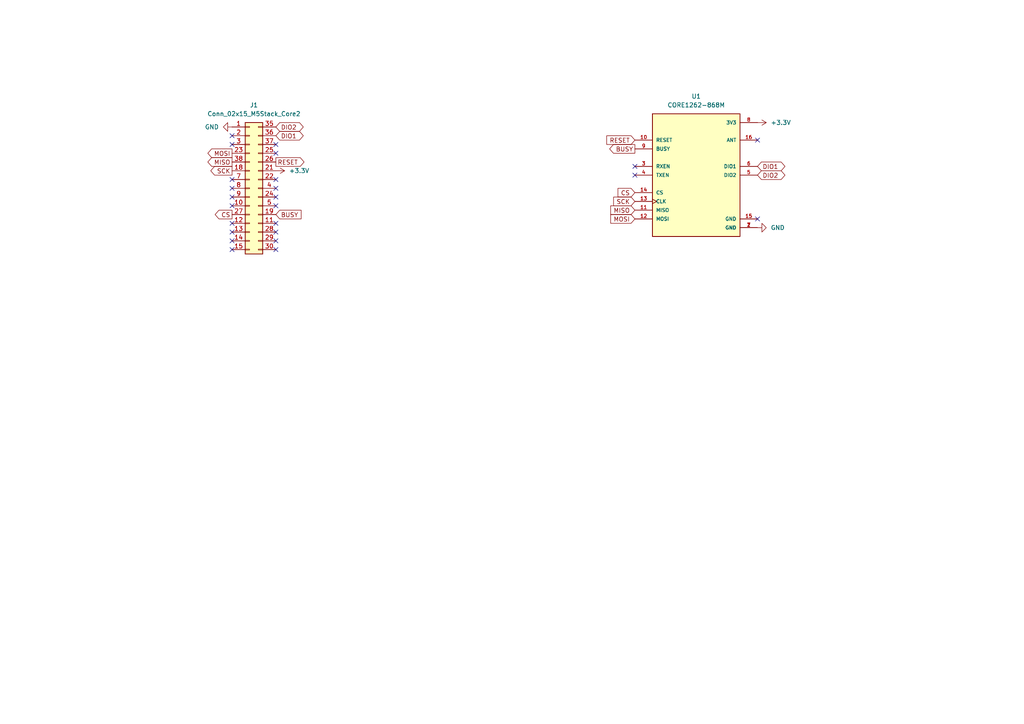
<source format=kicad_sch>
(kicad_sch (version 20211123) (generator eeschema)

  (uuid a77f5797-5c60-46e1-8849-ec67e95b250a)

  (paper "A4")

  (lib_symbols
    (symbol "CORE1262-868M:CORE1262-868M" (pin_names (offset 1.016)) (in_bom yes) (on_board yes)
      (property "Reference" "U1" (id 0) (at 0 22.86 0)
        (effects (font (size 1.27 1.27)))
      )
      (property "Value" "CORE1262-868M" (id 1) (at 0 20.32 0)
        (effects (font (size 1.27 1.27)))
      )
      (property "Footprint" "LoRa_interface:XCVR_CORE1262-868M" (id 2) (at 0 0 0)
        (effects (font (size 1.27 1.27)) (justify bottom) hide)
      )
      (property "Datasheet" "" (id 3) (at 0 0 0)
        (effects (font (size 1.27 1.27)) hide)
      )
      (property "PARTREV" "N/A" (id 4) (at 0 0 0)
        (effects (font (size 1.27 1.27)) (justify bottom) hide)
      )
      (property "STANDARD" "IPC 7351B" (id 5) (at 0 0 0)
        (effects (font (size 1.27 1.27)) (justify bottom) hide)
      )
      (property "SNAPEDA_PN" "Core1262-868M" (id 6) (at 0 0 0)
        (effects (font (size 1.27 1.27)) (justify bottom) hide)
      )
      (property "MAXIMUM_PACKAGE_HEIGHT" "3.27mm" (id 7) (at 0 0 0)
        (effects (font (size 1.27 1.27)) (justify bottom) hide)
      )
      (property "MANUFACTURER" "Waveshare Electronics" (id 8) (at 0 0 0)
        (effects (font (size 1.27 1.27)) (justify bottom) hide)
      )
      (symbol "CORE1262-868M_0_0"
        (rectangle (start -12.7 -17.78) (end 12.7 17.78)
          (stroke (width 0.254) (type default) (color 0 0 0 0))
          (fill (type background))
        )
        (pin power_in line (at 17.78 -15.24 180) (length 5.08)
          (name "GND" (effects (font (size 1.016 1.016))))
          (number "1" (effects (font (size 1.016 1.016))))
        )
        (pin input line (at -17.78 10.16 0) (length 5.08)
          (name "RESET" (effects (font (size 1.016 1.016))))
          (number "10" (effects (font (size 1.016 1.016))))
        )
        (pin input line (at -17.78 -10.16 0) (length 5.08)
          (name "MISO" (effects (font (size 1.016 1.016))))
          (number "11" (effects (font (size 1.016 1.016))))
        )
        (pin output line (at -17.78 -12.7 0) (length 5.08)
          (name "MOSI" (effects (font (size 1.016 1.016))))
          (number "12" (effects (font (size 1.016 1.016))))
        )
        (pin input clock (at -17.78 -7.62 0) (length 5.08)
          (name "CLK" (effects (font (size 1.016 1.016))))
          (number "13" (effects (font (size 1.016 1.016))))
        )
        (pin input line (at -17.78 -5.08 0) (length 5.08)
          (name "CS" (effects (font (size 1.016 1.016))))
          (number "14" (effects (font (size 1.016 1.016))))
        )
        (pin power_in line (at 17.78 -12.7 180) (length 5.08)
          (name "GND" (effects (font (size 1.016 1.016))))
          (number "15" (effects (font (size 1.016 1.016))))
        )
        (pin bidirectional line (at 17.78 10.16 180) (length 5.08)
          (name "ANT" (effects (font (size 1.016 1.016))))
          (number "16" (effects (font (size 1.016 1.016))))
        )
        (pin power_in line (at 17.78 -15.24 180) (length 5.08)
          (name "GND" (effects (font (size 1.016 1.016))))
          (number "2" (effects (font (size 1.016 1.016))))
        )
        (pin input line (at -17.78 2.54 0) (length 5.08)
          (name "RXEN" (effects (font (size 1.016 1.016))))
          (number "3" (effects (font (size 1.016 1.016))))
        )
        (pin input line (at -17.78 0 0) (length 5.08)
          (name "TXEN" (effects (font (size 1.016 1.016))))
          (number "4" (effects (font (size 1.016 1.016))))
        )
        (pin bidirectional line (at 17.78 0 180) (length 5.08)
          (name "DIO2" (effects (font (size 1.016 1.016))))
          (number "5" (effects (font (size 1.016 1.016))))
        )
        (pin bidirectional line (at 17.78 2.54 180) (length 5.08)
          (name "DIO1" (effects (font (size 1.016 1.016))))
          (number "6" (effects (font (size 1.016 1.016))))
        )
        (pin power_in line (at 17.78 -15.24 180) (length 5.08)
          (name "GND" (effects (font (size 1.016 1.016))))
          (number "7" (effects (font (size 1.016 1.016))))
        )
        (pin power_in line (at 17.78 15.24 180) (length 5.08)
          (name "3V3" (effects (font (size 1.016 1.016))))
          (number "8" (effects (font (size 1.016 1.016))))
        )
        (pin input line (at -17.78 7.62 0) (length 5.08)
          (name "BUSY" (effects (font (size 1.016 1.016))))
          (number "9" (effects (font (size 1.016 1.016))))
        )
      )
    )
    (symbol "Connector_Generic:Conn_02x15_Top_Bottom" (pin_names (offset 1.016) hide) (in_bom yes) (on_board yes)
      (property "Reference" "J1" (id 0) (at 1.27 24.13 0)
        (effects (font (size 1.27 1.27)))
      )
      (property "Value" "Conn_02x15_M5Stack_Core2" (id 1) (at 1.27 21.59 0)
        (effects (font (size 1.27 1.27)))
      )
      (property "Footprint" "LoRa_interface:PinHeaderM5Stack_2x15_P2.54mm_Vertical" (id 2) (at 0 -6.35 0)
        (effects (font (size 1.27 1.27)) hide)
      )
      (property "Datasheet" "~" (id 3) (at 0 0 0)
        (effects (font (size 1.27 1.27)) hide)
      )
      (property "ki_keywords" "connector" (id 4) (at 0 0 0)
        (effects (font (size 1.27 1.27)) hide)
      )
      (property "ki_description" "Generic connector, double row, 02x15, top/bottom pin numbering scheme (row 1: 1...pins_per_row, row2: pins_per_row+1 ... num_pins), script generated (kicad-library-utils/schlib/autogen/connector/)" (id 5) (at 0 0 0)
        (effects (font (size 1.27 1.27)) hide)
      )
      (property "ki_fp_filters" "Connector*:*_2x??_*" (id 6) (at 0 0 0)
        (effects (font (size 1.27 1.27)) hide)
      )
      (symbol "Conn_02x15_Top_Bottom_1_1"
        (rectangle (start -1.27 -17.653) (end 0 -17.907)
          (stroke (width 0.1524) (type default) (color 0 0 0 0))
          (fill (type none))
        )
        (rectangle (start -1.27 -15.113) (end 0 -15.367)
          (stroke (width 0.1524) (type default) (color 0 0 0 0))
          (fill (type none))
        )
        (rectangle (start -1.27 -12.573) (end 0 -12.827)
          (stroke (width 0.1524) (type default) (color 0 0 0 0))
          (fill (type none))
        )
        (rectangle (start -1.27 -10.033) (end 0 -10.287)
          (stroke (width 0.1524) (type default) (color 0 0 0 0))
          (fill (type none))
        )
        (rectangle (start -1.27 -7.493) (end 0 -7.747)
          (stroke (width 0.1524) (type default) (color 0 0 0 0))
          (fill (type none))
        )
        (rectangle (start -1.27 -4.953) (end 0 -5.207)
          (stroke (width 0.1524) (type default) (color 0 0 0 0))
          (fill (type none))
        )
        (rectangle (start -1.27 -2.413) (end 0 -2.667)
          (stroke (width 0.1524) (type default) (color 0 0 0 0))
          (fill (type none))
        )
        (rectangle (start -1.27 0.127) (end 0 -0.127)
          (stroke (width 0.1524) (type default) (color 0 0 0 0))
          (fill (type none))
        )
        (rectangle (start -1.27 2.667) (end 0 2.413)
          (stroke (width 0.1524) (type default) (color 0 0 0 0))
          (fill (type none))
        )
        (rectangle (start -1.27 5.207) (end 0 4.953)
          (stroke (width 0.1524) (type default) (color 0 0 0 0))
          (fill (type none))
        )
        (rectangle (start -1.27 7.747) (end 0 7.493)
          (stroke (width 0.1524) (type default) (color 0 0 0 0))
          (fill (type none))
        )
        (rectangle (start -1.27 10.287) (end 0 10.033)
          (stroke (width 0.1524) (type default) (color 0 0 0 0))
          (fill (type none))
        )
        (rectangle (start -1.27 12.827) (end 0 12.573)
          (stroke (width 0.1524) (type default) (color 0 0 0 0))
          (fill (type none))
        )
        (rectangle (start -1.27 15.367) (end 0 15.113)
          (stroke (width 0.1524) (type default) (color 0 0 0 0))
          (fill (type none))
        )
        (rectangle (start -1.27 17.907) (end 0 17.653)
          (stroke (width 0.1524) (type default) (color 0 0 0 0))
          (fill (type none))
        )
        (rectangle (start -1.27 19.05) (end 3.81 -19.05)
          (stroke (width 0.254) (type default) (color 0 0 0 0))
          (fill (type background))
        )
        (rectangle (start 3.81 -17.653) (end 2.54 -17.907)
          (stroke (width 0.1524) (type default) (color 0 0 0 0))
          (fill (type none))
        )
        (rectangle (start 3.81 -15.113) (end 2.54 -15.367)
          (stroke (width 0.1524) (type default) (color 0 0 0 0))
          (fill (type none))
        )
        (rectangle (start 3.81 -12.573) (end 2.54 -12.827)
          (stroke (width 0.1524) (type default) (color 0 0 0 0))
          (fill (type none))
        )
        (rectangle (start 3.81 -10.033) (end 2.54 -10.287)
          (stroke (width 0.1524) (type default) (color 0 0 0 0))
          (fill (type none))
        )
        (rectangle (start 3.81 -7.493) (end 2.54 -7.747)
          (stroke (width 0.1524) (type default) (color 0 0 0 0))
          (fill (type none))
        )
        (rectangle (start 3.81 -4.953) (end 2.54 -5.207)
          (stroke (width 0.1524) (type default) (color 0 0 0 0))
          (fill (type none))
        )
        (rectangle (start 3.81 -2.413) (end 2.54 -2.667)
          (stroke (width 0.1524) (type default) (color 0 0 0 0))
          (fill (type none))
        )
        (rectangle (start 3.81 0.127) (end 2.54 -0.127)
          (stroke (width 0.1524) (type default) (color 0 0 0 0))
          (fill (type none))
        )
        (rectangle (start 3.81 2.667) (end 2.54 2.413)
          (stroke (width 0.1524) (type default) (color 0 0 0 0))
          (fill (type none))
        )
        (rectangle (start 3.81 5.207) (end 2.54 4.953)
          (stroke (width 0.1524) (type default) (color 0 0 0 0))
          (fill (type none))
        )
        (rectangle (start 3.81 7.747) (end 2.54 7.493)
          (stroke (width 0.1524) (type default) (color 0 0 0 0))
          (fill (type none))
        )
        (rectangle (start 3.81 10.287) (end 2.54 10.033)
          (stroke (width 0.1524) (type default) (color 0 0 0 0))
          (fill (type none))
        )
        (rectangle (start 3.81 12.827) (end 2.54 12.573)
          (stroke (width 0.1524) (type default) (color 0 0 0 0))
          (fill (type none))
        )
        (rectangle (start 3.81 15.367) (end 2.54 15.113)
          (stroke (width 0.1524) (type default) (color 0 0 0 0))
          (fill (type none))
        )
        (rectangle (start 3.81 17.907) (end 2.54 17.653)
          (stroke (width 0.1524) (type default) (color 0 0 0 0))
          (fill (type none))
        )
        (pin passive line (at -5.08 17.78 0) (length 3.81)
          (name "Pin_1" (effects (font (size 1.27 1.27))))
          (number "1" (effects (font (size 1.27 1.27))))
        )
        (pin passive line (at -5.08 -5.08 0) (length 3.81)
          (name "Pin_10" (effects (font (size 1.27 1.27))))
          (number "10" (effects (font (size 1.27 1.27))))
        )
        (pin passive line (at 7.62 -10.16 180) (length 3.81)
          (name "Pin_11" (effects (font (size 1.27 1.27))))
          (number "11" (effects (font (size 1.27 1.27))))
        )
        (pin passive line (at -5.08 -10.16 0) (length 3.81)
          (name "Pin_12" (effects (font (size 1.27 1.27))))
          (number "12" (effects (font (size 1.27 1.27))))
        )
        (pin passive line (at -5.08 -12.7 0) (length 3.81)
          (name "Pin_13" (effects (font (size 1.27 1.27))))
          (number "13" (effects (font (size 1.27 1.27))))
        )
        (pin passive line (at -5.08 -15.24 0) (length 3.81)
          (name "Pin_14" (effects (font (size 1.27 1.27))))
          (number "14" (effects (font (size 1.27 1.27))))
        )
        (pin passive line (at -5.08 -17.78 0) (length 3.81)
          (name "Pin_15" (effects (font (size 1.27 1.27))))
          (number "15" (effects (font (size 1.27 1.27))))
        )
        (pin passive line (at -5.08 5.08 0) (length 3.81)
          (name "Pin_18" (effects (font (size 1.27 1.27))))
          (number "18" (effects (font (size 1.27 1.27))))
        )
        (pin passive line (at 7.62 -7.62 180) (length 3.81)
          (name "Pin_19" (effects (font (size 1.27 1.27))))
          (number "19" (effects (font (size 1.27 1.27))))
        )
        (pin passive line (at -5.08 15.24 0) (length 3.81)
          (name "Pin_2" (effects (font (size 1.27 1.27))))
          (number "2" (effects (font (size 1.27 1.27))))
        )
        (pin passive line (at 7.62 5.08 180) (length 3.81)
          (name "3.3V" (effects (font (size 1.27 1.27))))
          (number "21" (effects (font (size 1.27 1.27))))
        )
        (pin passive line (at 7.62 2.54 180) (length 3.81)
          (name "Pin_22" (effects (font (size 1.27 1.27))))
          (number "22" (effects (font (size 1.27 1.27))))
        )
        (pin passive line (at -5.08 10.16 0) (length 3.81)
          (name "Pin_23" (effects (font (size 1.27 1.27))))
          (number "23" (effects (font (size 1.27 1.27))))
        )
        (pin passive line (at 7.62 -2.54 180) (length 3.81)
          (name "Pin_24" (effects (font (size 1.27 1.27))))
          (number "24" (effects (font (size 1.27 1.27))))
        )
        (pin passive line (at 7.62 10.16 180) (length 3.81)
          (name "Pin_25" (effects (font (size 1.27 1.27))))
          (number "25" (effects (font (size 1.27 1.27))))
        )
        (pin passive line (at 7.62 7.62 180) (length 3.81)
          (name "Pin_26" (effects (font (size 1.27 1.27))))
          (number "26" (effects (font (size 1.27 1.27))))
        )
        (pin passive line (at -5.08 -7.62 0) (length 3.81)
          (name "Pin_27" (effects (font (size 1.27 1.27))))
          (number "27" (effects (font (size 1.27 1.27))))
        )
        (pin passive line (at 7.62 -12.7 180) (length 3.81)
          (name "Pin_28" (effects (font (size 1.27 1.27))))
          (number "28" (effects (font (size 1.27 1.27))))
        )
        (pin passive line (at 7.62 -15.24 180) (length 3.81)
          (name "Pin_29" (effects (font (size 1.27 1.27))))
          (number "29" (effects (font (size 1.27 1.27))))
        )
        (pin passive line (at -5.08 12.7 0) (length 3.81)
          (name "Pin_3" (effects (font (size 1.27 1.27))))
          (number "3" (effects (font (size 1.27 1.27))))
        )
        (pin passive line (at 7.62 -17.78 180) (length 3.81)
          (name "Pin_30" (effects (font (size 1.27 1.27))))
          (number "30" (effects (font (size 1.27 1.27))))
        )
        (pin passive line (at 7.62 17.78 180) (length 3.81)
          (name "Pin_35" (effects (font (size 1.27 1.27))))
          (number "35" (effects (font (size 1.27 1.27))))
        )
        (pin passive line (at 7.62 15.24 180) (length 3.81)
          (name "Pin_36" (effects (font (size 1.27 1.27))))
          (number "36" (effects (font (size 1.27 1.27))))
        )
        (pin passive line (at 7.62 12.7 180) (length 3.81)
          (name "EN" (effects (font (size 1.27 1.27))))
          (number "37" (effects (font (size 1.27 1.27))))
        )
        (pin passive line (at -5.08 7.62 0) (length 3.81)
          (name "Pin_38" (effects (font (size 1.27 1.27))))
          (number "38" (effects (font (size 1.27 1.27))))
        )
        (pin passive line (at 7.62 0 180) (length 3.81)
          (name "Pin_4" (effects (font (size 1.27 1.27))))
          (number "4" (effects (font (size 1.27 1.27))))
        )
        (pin passive line (at 7.62 -5.08 180) (length 3.81)
          (name "Pin_5" (effects (font (size 1.27 1.27))))
          (number "5" (effects (font (size 1.27 1.27))))
        )
        (pin passive line (at -5.08 2.54 0) (length 3.81)
          (name "Pin_7" (effects (font (size 1.27 1.27))))
          (number "7" (effects (font (size 1.27 1.27))))
        )
        (pin passive line (at -5.08 0 0) (length 3.81)
          (name "Pin_8" (effects (font (size 1.27 1.27))))
          (number "8" (effects (font (size 1.27 1.27))))
        )
        (pin passive line (at -5.08 -2.54 0) (length 3.81)
          (name "Pin_9" (effects (font (size 1.27 1.27))))
          (number "9" (effects (font (size 1.27 1.27))))
        )
      )
    )
    (symbol "power:+3.3V" (power) (pin_names (offset 0)) (in_bom yes) (on_board yes)
      (property "Reference" "#PWR" (id 0) (at 0 -3.81 0)
        (effects (font (size 1.27 1.27)) hide)
      )
      (property "Value" "+3.3V" (id 1) (at 0 3.556 0)
        (effects (font (size 1.27 1.27)))
      )
      (property "Footprint" "" (id 2) (at 0 0 0)
        (effects (font (size 1.27 1.27)) hide)
      )
      (property "Datasheet" "" (id 3) (at 0 0 0)
        (effects (font (size 1.27 1.27)) hide)
      )
      (property "ki_keywords" "power-flag" (id 4) (at 0 0 0)
        (effects (font (size 1.27 1.27)) hide)
      )
      (property "ki_description" "Power symbol creates a global label with name \"+3.3V\"" (id 5) (at 0 0 0)
        (effects (font (size 1.27 1.27)) hide)
      )
      (symbol "+3.3V_0_1"
        (polyline
          (pts
            (xy -0.762 1.27)
            (xy 0 2.54)
          )
          (stroke (width 0) (type default) (color 0 0 0 0))
          (fill (type none))
        )
        (polyline
          (pts
            (xy 0 0)
            (xy 0 2.54)
          )
          (stroke (width 0) (type default) (color 0 0 0 0))
          (fill (type none))
        )
        (polyline
          (pts
            (xy 0 2.54)
            (xy 0.762 1.27)
          )
          (stroke (width 0) (type default) (color 0 0 0 0))
          (fill (type none))
        )
      )
      (symbol "+3.3V_1_1"
        (pin power_in line (at 0 0 90) (length 0) hide
          (name "+3.3V" (effects (font (size 1.27 1.27))))
          (number "1" (effects (font (size 1.27 1.27))))
        )
      )
    )
    (symbol "power:GND" (power) (pin_names (offset 0)) (in_bom yes) (on_board yes)
      (property "Reference" "#PWR" (id 0) (at 0 -6.35 0)
        (effects (font (size 1.27 1.27)) hide)
      )
      (property "Value" "GND" (id 1) (at 0 -3.81 0)
        (effects (font (size 1.27 1.27)))
      )
      (property "Footprint" "" (id 2) (at 0 0 0)
        (effects (font (size 1.27 1.27)) hide)
      )
      (property "Datasheet" "" (id 3) (at 0 0 0)
        (effects (font (size 1.27 1.27)) hide)
      )
      (property "ki_keywords" "power-flag" (id 4) (at 0 0 0)
        (effects (font (size 1.27 1.27)) hide)
      )
      (property "ki_description" "Power symbol creates a global label with name \"GND\" , ground" (id 5) (at 0 0 0)
        (effects (font (size 1.27 1.27)) hide)
      )
      (symbol "GND_0_1"
        (polyline
          (pts
            (xy 0 0)
            (xy 0 -1.27)
            (xy 1.27 -1.27)
            (xy 0 -2.54)
            (xy -1.27 -1.27)
            (xy 0 -1.27)
          )
          (stroke (width 0) (type default) (color 0 0 0 0))
          (fill (type none))
        )
      )
      (symbol "GND_1_1"
        (pin power_in line (at 0 0 270) (length 0) hide
          (name "GND" (effects (font (size 1.27 1.27))))
          (number "1" (effects (font (size 1.27 1.27))))
        )
      )
    )
  )


  (no_connect (at 67.31 39.37) (uuid 3555e9c0-fbfe-4473-9796-343f8977605b))
  (no_connect (at 67.31 41.91) (uuid 3555e9c0-fbfe-4473-9796-343f8977605c))
  (no_connect (at 184.15 50.8) (uuid 4b6d4f23-f559-4f3e-9c69-50fbe8b0527e))
  (no_connect (at 184.15 48.26) (uuid 4b6d4f23-f559-4f3e-9c69-50fbe8b0527f))
  (no_connect (at 219.71 40.64) (uuid 54692ad4-3e07-433a-836e-314537799352))
  (no_connect (at 219.71 63.5) (uuid 8d31acc7-7d84-4f6f-885b-99dc6ac4abfe))
  (no_connect (at 80.01 41.91) (uuid b0a7357e-c853-4f63-b2f0-4ca7e1df9c4e))
  (no_connect (at 80.01 44.45) (uuid b0a7357e-c853-4f63-b2f0-4ca7e1df9c4f))
  (no_connect (at 67.31 64.77) (uuid b0a7357e-c853-4f63-b2f0-4ca7e1df9c50))
  (no_connect (at 67.31 54.61) (uuid b0a7357e-c853-4f63-b2f0-4ca7e1df9c51))
  (no_connect (at 67.31 57.15) (uuid b0a7357e-c853-4f63-b2f0-4ca7e1df9c52))
  (no_connect (at 67.31 59.69) (uuid b0a7357e-c853-4f63-b2f0-4ca7e1df9c53))
  (no_connect (at 67.31 52.07) (uuid b0a7357e-c853-4f63-b2f0-4ca7e1df9c54))
  (no_connect (at 80.01 59.69) (uuid bbf66b85-dafc-44ad-85df-ff91f5dadca4))
  (no_connect (at 80.01 52.07) (uuid fd80a254-aa58-421e-b989-9d745823e70f))
  (no_connect (at 80.01 67.31) (uuid fd80a254-aa58-421e-b989-9d745823e710))
  (no_connect (at 80.01 64.77) (uuid fd80a254-aa58-421e-b989-9d745823e711))
  (no_connect (at 80.01 69.85) (uuid fd80a254-aa58-421e-b989-9d745823e712))
  (no_connect (at 80.01 72.39) (uuid fd80a254-aa58-421e-b989-9d745823e713))
  (no_connect (at 80.01 57.15) (uuid fd80a254-aa58-421e-b989-9d745823e714))
  (no_connect (at 80.01 54.61) (uuid fd80a254-aa58-421e-b989-9d745823e715))
  (no_connect (at 67.31 72.39) (uuid fd80a254-aa58-421e-b989-9d745823e716))
  (no_connect (at 67.31 69.85) (uuid fd80a254-aa58-421e-b989-9d745823e717))
  (no_connect (at 67.31 67.31) (uuid fd80a254-aa58-421e-b989-9d745823e718))

  (global_label "MOSI" (shape output) (at 67.31 44.45 180) (fields_autoplaced)
    (effects (font (size 1.27 1.27)) (justify right))
    (uuid 06af6265-44bc-467b-bf93-4dc33bafaa6f)
    (property "Intersheet References" "${INTERSHEET_REFS}" (id 0) (at 60.3007 44.3706 0)
      (effects (font (size 1.27 1.27)) (justify right) hide)
    )
  )
  (global_label "RESET" (shape input) (at 184.15 40.64 180) (fields_autoplaced)
    (effects (font (size 1.27 1.27)) (justify right))
    (uuid 1000feed-5f1f-45b7-aabf-63e68bbfaf1e)
    (property "Intersheet References" "${INTERSHEET_REFS}" (id 0) (at 175.9917 40.5606 0)
      (effects (font (size 1.27 1.27)) (justify right) hide)
    )
  )
  (global_label "MISO" (shape input) (at 184.15 60.96 180) (fields_autoplaced)
    (effects (font (size 1.27 1.27)) (justify right))
    (uuid 129247ae-8b5e-4a36-bbe4-8794f8ec62c0)
    (property "Intersheet References" "${INTERSHEET_REFS}" (id 0) (at 177.1407 60.8806 0)
      (effects (font (size 1.27 1.27)) (justify right) hide)
    )
  )
  (global_label "RESET" (shape output) (at 80.01 46.99 0) (fields_autoplaced)
    (effects (font (size 1.27 1.27)) (justify left))
    (uuid 1f92a944-bd23-45c8-ae9e-fd12a0b09931)
    (property "Intersheet References" "${INTERSHEET_REFS}" (id 0) (at 88.1683 46.9106 0)
      (effects (font (size 1.27 1.27)) (justify left) hide)
    )
  )
  (global_label "DIO1" (shape bidirectional) (at 219.71 48.26 0) (fields_autoplaced)
    (effects (font (size 1.27 1.27)) (justify left))
    (uuid 2d47a94a-1f6d-49c4-91c8-8d9891ef1a71)
    (property "Intersheet References" "${INTERSHEET_REFS}" (id 0) (at 226.5379 48.1806 0)
      (effects (font (size 1.27 1.27)) (justify left) hide)
    )
  )
  (global_label "CS" (shape input) (at 184.15 55.88 180) (fields_autoplaced)
    (effects (font (size 1.27 1.27)) (justify right))
    (uuid 3a804c3b-b5ec-4516-a5b5-abef88ffb4b3)
    (property "Intersheet References" "${INTERSHEET_REFS}" (id 0) (at 179.2574 55.8006 0)
      (effects (font (size 1.27 1.27)) (justify right) hide)
    )
  )
  (global_label "BUSY" (shape input) (at 80.01 62.23 0) (fields_autoplaced)
    (effects (font (size 1.27 1.27)) (justify left))
    (uuid 3fc75b1e-b65f-4de5-8b51-44f981c3bd75)
    (property "Intersheet References" "${INTERSHEET_REFS}" (id 0) (at 87.3217 62.1506 0)
      (effects (font (size 1.27 1.27)) (justify left) hide)
    )
  )
  (global_label "DIO2" (shape bidirectional) (at 219.71 50.8 0) (fields_autoplaced)
    (effects (font (size 1.27 1.27)) (justify left))
    (uuid 59c8c2dd-4c59-4344-ae06-018ea6e4d84c)
    (property "Intersheet References" "${INTERSHEET_REFS}" (id 0) (at 226.5379 50.7206 0)
      (effects (font (size 1.27 1.27)) (justify left) hide)
    )
  )
  (global_label "DIO2" (shape bidirectional) (at 80.01 36.83 0) (fields_autoplaced)
    (effects (font (size 1.27 1.27)) (justify left))
    (uuid 604a1008-aa01-4a37-8997-17d9ddb54417)
    (property "Intersheet References" "${INTERSHEET_REFS}" (id 0) (at 86.8379 36.7506 0)
      (effects (font (size 1.27 1.27)) (justify left) hide)
    )
  )
  (global_label "BUSY" (shape output) (at 184.15 43.18 180) (fields_autoplaced)
    (effects (font (size 1.27 1.27)) (justify right))
    (uuid 8b8b996e-2744-4dbf-9b49-4634b3a52b9d)
    (property "Intersheet References" "${INTERSHEET_REFS}" (id 0) (at 176.8383 43.1006 0)
      (effects (font (size 1.27 1.27)) (justify right) hide)
    )
  )
  (global_label "DIO1" (shape bidirectional) (at 80.01 39.37 0) (fields_autoplaced)
    (effects (font (size 1.27 1.27)) (justify left))
    (uuid 921787a3-da4d-4f36-b722-4a4d214f8072)
    (property "Intersheet References" "${INTERSHEET_REFS}" (id 0) (at 86.8379 39.2906 0)
      (effects (font (size 1.27 1.27)) (justify left) hide)
    )
  )
  (global_label "SCK" (shape input) (at 184.15 58.42 180) (fields_autoplaced)
    (effects (font (size 1.27 1.27)) (justify right))
    (uuid 9b222bec-2c85-4fd0-bacb-0727d92b394b)
    (property "Intersheet References" "${INTERSHEET_REFS}" (id 0) (at 177.9874 58.3406 0)
      (effects (font (size 1.27 1.27)) (justify right) hide)
    )
  )
  (global_label "MISO" (shape output) (at 67.31 46.99 180) (fields_autoplaced)
    (effects (font (size 1.27 1.27)) (justify right))
    (uuid 9bf8bb7f-4ee3-493a-bf7b-b369bf929474)
    (property "Intersheet References" "${INTERSHEET_REFS}" (id 0) (at 60.3007 46.9106 0)
      (effects (font (size 1.27 1.27)) (justify right) hide)
    )
  )
  (global_label "MOSI" (shape input) (at 184.15 63.5 180) (fields_autoplaced)
    (effects (font (size 1.27 1.27)) (justify right))
    (uuid bc8dd477-1b7e-420a-8104-8a9aad787ea1)
    (property "Intersheet References" "${INTERSHEET_REFS}" (id 0) (at 177.1407 63.4206 0)
      (effects (font (size 1.27 1.27)) (justify right) hide)
    )
  )
  (global_label "CS" (shape output) (at 67.31 62.23 180) (fields_autoplaced)
    (effects (font (size 1.27 1.27)) (justify right))
    (uuid c330ae6d-f075-483c-8747-826b5548907f)
    (property "Intersheet References" "${INTERSHEET_REFS}" (id 0) (at 62.4174 62.1506 0)
      (effects (font (size 1.27 1.27)) (justify right) hide)
    )
  )
  (global_label "SCK" (shape output) (at 67.31 49.53 180) (fields_autoplaced)
    (effects (font (size 1.27 1.27)) (justify right))
    (uuid c466975b-26e9-4e60-85b6-ad8b6079d3dc)
    (property "Intersheet References" "${INTERSHEET_REFS}" (id 0) (at 61.1474 49.4506 0)
      (effects (font (size 1.27 1.27)) (justify right) hide)
    )
  )

  (symbol (lib_id "CORE1262-868M:CORE1262-868M") (at 201.93 50.8 0) (unit 1)
    (in_bom yes) (on_board yes) (fields_autoplaced)
    (uuid 31985c65-7dc1-43c1-9724-8b13ad8b3752)
    (property "Reference" "U1" (id 0) (at 201.93 27.94 0))
    (property "Value" "CORE1262-868M" (id 1) (at 201.93 30.48 0))
    (property "Footprint" "LoRa_interface:XCVR_CORE1262-868M_TRAVERSANT" (id 2) (at 201.93 50.8 0)
      (effects (font (size 1.27 1.27)) (justify bottom) hide)
    )
    (property "Datasheet" "" (id 3) (at 201.93 50.8 0)
      (effects (font (size 1.27 1.27)) hide)
    )
    (property "PARTREV" "N/A" (id 4) (at 201.93 50.8 0)
      (effects (font (size 1.27 1.27)) (justify bottom) hide)
    )
    (property "STANDARD" "IPC 7351B" (id 5) (at 201.93 50.8 0)
      (effects (font (size 1.27 1.27)) (justify bottom) hide)
    )
    (property "SNAPEDA_PN" "Core1262-868M" (id 6) (at 201.93 50.8 0)
      (effects (font (size 1.27 1.27)) (justify bottom) hide)
    )
    (property "MAXIMUM_PACKAGE_HEIGHT" "3.27mm" (id 7) (at 201.93 50.8 0)
      (effects (font (size 1.27 1.27)) (justify bottom) hide)
    )
    (property "MANUFACTURER" "Waveshare Electronics" (id 8) (at 201.93 50.8 0)
      (effects (font (size 1.27 1.27)) (justify bottom) hide)
    )
    (pin "1" (uuid 3c1600bd-ae2e-4407-b206-d1dd219f030b))
    (pin "10" (uuid aec848e6-9bc8-44d7-bdd8-9f46406eb758))
    (pin "11" (uuid a2a5e765-8c9c-4b60-bf47-23b8fd522171))
    (pin "12" (uuid 22eb1d37-8e4a-404b-9c55-b65aa0eced9b))
    (pin "13" (uuid 11ae531f-5f07-4d43-af24-781484c9dacf))
    (pin "14" (uuid d1054ff1-a923-41ef-89db-74e0a758412c))
    (pin "15" (uuid b6446dc5-5559-4e51-8afb-5a46cc6d81e1))
    (pin "16" (uuid 2a2fd1be-2cd5-4d6b-a21f-1733d489da06))
    (pin "2" (uuid 5aa5cd1a-540c-4c7f-b8b9-db39322d29dc))
    (pin "3" (uuid 0b89eda3-8c67-4350-8ee1-2321c4ea2f01))
    (pin "4" (uuid 9a8a9659-8a57-4bfe-a19f-8d047eab022f))
    (pin "5" (uuid 8e74c57d-0c66-4b4b-a4da-e45ceb6f1d0a))
    (pin "6" (uuid b5241ccd-5407-47f4-8189-7e64a654d291))
    (pin "7" (uuid eaeb544c-7368-44eb-8d69-fd37b70a2a50))
    (pin "8" (uuid ee48da33-6e64-40ee-ab69-ebe24352a252))
    (pin "9" (uuid 99f1ed91-34d0-4436-b8f4-289cba3a1e15))
  )

  (symbol (lib_id "power:GND") (at 67.31 36.83 270) (unit 1)
    (in_bom yes) (on_board yes) (fields_autoplaced)
    (uuid 40e861d6-0592-4bac-aebe-ca83f7408a6e)
    (property "Reference" "#PWR0101" (id 0) (at 60.96 36.83 0)
      (effects (font (size 1.27 1.27)) hide)
    )
    (property "Value" "GND" (id 1) (at 63.5 36.8299 90)
      (effects (font (size 1.27 1.27)) (justify right))
    )
    (property "Footprint" "" (id 2) (at 67.31 36.83 0)
      (effects (font (size 1.27 1.27)) hide)
    )
    (property "Datasheet" "" (id 3) (at 67.31 36.83 0)
      (effects (font (size 1.27 1.27)) hide)
    )
    (pin "1" (uuid 2868daa2-939b-47d1-8510-3bf61651f852))
  )

  (symbol (lib_id "Connector_Generic:Conn_02x15_Top_Bottom") (at 72.39 54.61 0) (unit 1)
    (in_bom yes) (on_board yes) (fields_autoplaced)
    (uuid a5a516e3-f6bb-4937-95d2-1fb693c158ec)
    (property "Reference" "J1" (id 0) (at 73.66 30.48 0))
    (property "Value" "Conn_02x15_M5Stack_Core2" (id 1) (at 73.66 33.02 0))
    (property "Footprint" "LoRa_interface:PinHeaderM5Stack_2x15_P2.54mm_Vertical" (id 2) (at 72.39 60.96 0)
      (effects (font (size 1.27 1.27)) hide)
    )
    (property "Datasheet" "~" (id 3) (at 72.39 54.61 0)
      (effects (font (size 1.27 1.27)) hide)
    )
    (pin "1" (uuid eae4e506-8c2e-467f-b0c7-0188f0f90491))
    (pin "10" (uuid a27e924c-0041-4d19-a2db-4a7b3ef4fcb8))
    (pin "11" (uuid 751d3ec7-1266-4c2a-ab51-99cb2d863ae9))
    (pin "12" (uuid 8e44d57a-d69c-40f0-a936-86f967a88a64))
    (pin "13" (uuid 38a84867-e926-47bd-a15d-a639e8f28976))
    (pin "14" (uuid c1b64ba2-0f47-4a62-ae76-54336058ecea))
    (pin "15" (uuid 78cc5065-baf0-453e-8686-a209c04bf5dd))
    (pin "18" (uuid 8baef194-9ef3-4ad1-aafd-815b8cbcef2b))
    (pin "19" (uuid f9a49467-736e-4fcd-9652-f4f3b594a2cf))
    (pin "2" (uuid 6701a89f-bee9-4eff-99f3-a2f913f57ef2))
    (pin "21" (uuid 7bc1f269-a8b7-4ed9-a3c0-e8eb5bbe7515))
    (pin "22" (uuid 8bb01f50-a342-4086-b003-e922456cbd89))
    (pin "23" (uuid 53928c4c-7b3c-4172-98cc-c1160430b28f))
    (pin "24" (uuid 7488c289-ec4e-4700-8c7e-31c0d53f5282))
    (pin "25" (uuid b86501d8-8b81-4d62-afb0-7f224cf06d9c))
    (pin "26" (uuid 130d1346-ae97-4a79-b7b2-642265e850ec))
    (pin "27" (uuid f6c45b76-78b1-4b34-a239-3157edc4e815))
    (pin "28" (uuid 8e5cf954-e716-4705-a4ad-4191a7d5d7ea))
    (pin "29" (uuid 8678e7d6-e504-40a1-ba48-efb702da18d0))
    (pin "3" (uuid bcb91f2c-ee8d-4199-956f-9175c9352a58))
    (pin "30" (uuid bc0d7e54-2a04-4ee1-99d9-50e16779fa5b))
    (pin "35" (uuid 1928a435-6e82-4797-a1ea-5f52c03aa678))
    (pin "36" (uuid 720d25e7-73de-46cc-98b1-369a2452cc96))
    (pin "37" (uuid 249e498b-4e41-4282-bffa-1bf8ab42d694))
    (pin "38" (uuid 65c2c296-0888-46e2-958a-69e240728c80))
    (pin "4" (uuid 27184a2c-00e3-4d6d-8aff-9c4da4a370aa))
    (pin "5" (uuid e970c2cd-199c-43a0-a788-d1abce11eb11))
    (pin "7" (uuid 06e8f5ad-986a-40aa-a7f6-abf71ba9633b))
    (pin "8" (uuid 83823fda-55df-4a5a-b49d-09b488bdcfd3))
    (pin "9" (uuid 400f8264-9dfb-464a-b335-fb748b907acf))
  )

  (symbol (lib_id "power:+3.3V") (at 80.01 49.53 270) (unit 1)
    (in_bom yes) (on_board yes) (fields_autoplaced)
    (uuid bc3c72b6-e7ed-4b0a-a61f-f1366b9388c0)
    (property "Reference" "#PWR0102" (id 0) (at 76.2 49.53 0)
      (effects (font (size 1.27 1.27)) hide)
    )
    (property "Value" "+3.3V" (id 1) (at 83.82 49.5299 90)
      (effects (font (size 1.27 1.27)) (justify left))
    )
    (property "Footprint" "" (id 2) (at 80.01 49.53 0)
      (effects (font (size 1.27 1.27)) hide)
    )
    (property "Datasheet" "" (id 3) (at 80.01 49.53 0)
      (effects (font (size 1.27 1.27)) hide)
    )
    (pin "1" (uuid c135ae4c-e9ef-45ae-a750-d2afca1e942b))
  )

  (symbol (lib_id "power:+3.3V") (at 219.71 35.56 270) (unit 1)
    (in_bom yes) (on_board yes) (fields_autoplaced)
    (uuid eae88b47-844a-41aa-984f-fb2eb83393ea)
    (property "Reference" "#PWR0104" (id 0) (at 215.9 35.56 0)
      (effects (font (size 1.27 1.27)) hide)
    )
    (property "Value" "+3.3V" (id 1) (at 223.52 35.5599 90)
      (effects (font (size 1.27 1.27)) (justify left))
    )
    (property "Footprint" "" (id 2) (at 219.71 35.56 0)
      (effects (font (size 1.27 1.27)) hide)
    )
    (property "Datasheet" "" (id 3) (at 219.71 35.56 0)
      (effects (font (size 1.27 1.27)) hide)
    )
    (pin "1" (uuid 038506b0-84fb-4b5b-b987-22deda531bed))
  )

  (symbol (lib_id "power:GND") (at 219.71 66.04 90) (unit 1)
    (in_bom yes) (on_board yes) (fields_autoplaced)
    (uuid f0e420c9-0b29-45a2-8f0b-24ead774d33b)
    (property "Reference" "#PWR0103" (id 0) (at 226.06 66.04 0)
      (effects (font (size 1.27 1.27)) hide)
    )
    (property "Value" "GND" (id 1) (at 223.52 66.0399 90)
      (effects (font (size 1.27 1.27)) (justify right))
    )
    (property "Footprint" "" (id 2) (at 219.71 66.04 0)
      (effects (font (size 1.27 1.27)) hide)
    )
    (property "Datasheet" "" (id 3) (at 219.71 66.04 0)
      (effects (font (size 1.27 1.27)) hide)
    )
    (pin "1" (uuid d27b4b19-d09d-445c-8e10-691d52cb0844))
  )

  (sheet_instances
    (path "/" (page "1"))
  )

  (symbol_instances
    (path "/40e861d6-0592-4bac-aebe-ca83f7408a6e"
      (reference "#PWR0101") (unit 1) (value "GND") (footprint "")
    )
    (path "/bc3c72b6-e7ed-4b0a-a61f-f1366b9388c0"
      (reference "#PWR0102") (unit 1) (value "+3.3V") (footprint "")
    )
    (path "/f0e420c9-0b29-45a2-8f0b-24ead774d33b"
      (reference "#PWR0103") (unit 1) (value "GND") (footprint "")
    )
    (path "/eae88b47-844a-41aa-984f-fb2eb83393ea"
      (reference "#PWR0104") (unit 1) (value "+3.3V") (footprint "")
    )
    (path "/a5a516e3-f6bb-4937-95d2-1fb693c158ec"
      (reference "J1") (unit 1) (value "Conn_02x15_M5Stack_Core2") (footprint "LoRa_interface:PinHeaderM5Stack_2x15_P2.54mm_Vertical")
    )
    (path "/31985c65-7dc1-43c1-9724-8b13ad8b3752"
      (reference "U1") (unit 1) (value "CORE1262-868M") (footprint "LoRa_interface:XCVR_CORE1262-868M_TRAVERSANT")
    )
  )
)

</source>
